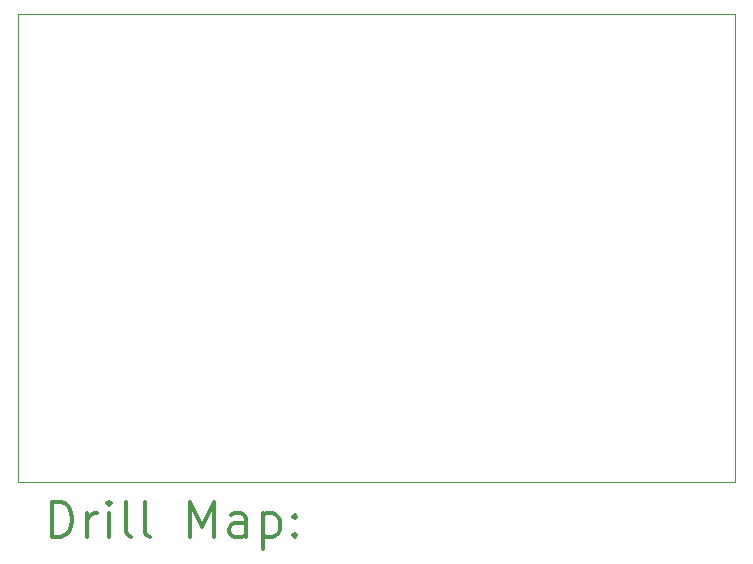
<source format=gbr>
%FSLAX45Y45*%
G04 Gerber Fmt 4.5, Leading zero omitted, Abs format (unit mm)*
G04 Created by KiCad (PCBNEW (5.1.5-0-10_14)) date 2020-10-19 13:07:12*
%MOMM*%
%LPD*%
G04 APERTURE LIST*
%TA.AperFunction,Profile*%
%ADD10C,0.050000*%
%TD*%
%ADD11C,0.200000*%
%ADD12C,0.300000*%
G04 APERTURE END LIST*
D10*
X11290300Y-3390900D02*
X11290300Y-7353300D01*
X5219700Y-7353300D02*
X11290300Y-7353300D01*
X5219700Y-3390900D02*
X5219700Y-3403600D01*
X11290300Y-3390900D02*
X5219700Y-3390900D01*
X5219700Y-3403600D02*
X5219700Y-7353300D01*
D11*
D12*
X5503628Y-7821514D02*
X5503628Y-7521514D01*
X5575057Y-7521514D01*
X5617914Y-7535800D01*
X5646486Y-7564371D01*
X5660771Y-7592943D01*
X5675057Y-7650086D01*
X5675057Y-7692943D01*
X5660771Y-7750086D01*
X5646486Y-7778657D01*
X5617914Y-7807229D01*
X5575057Y-7821514D01*
X5503628Y-7821514D01*
X5803628Y-7821514D02*
X5803628Y-7621514D01*
X5803628Y-7678657D02*
X5817914Y-7650086D01*
X5832200Y-7635800D01*
X5860771Y-7621514D01*
X5889343Y-7621514D01*
X5989343Y-7821514D02*
X5989343Y-7621514D01*
X5989343Y-7521514D02*
X5975057Y-7535800D01*
X5989343Y-7550086D01*
X6003628Y-7535800D01*
X5989343Y-7521514D01*
X5989343Y-7550086D01*
X6175057Y-7821514D02*
X6146486Y-7807229D01*
X6132200Y-7778657D01*
X6132200Y-7521514D01*
X6332200Y-7821514D02*
X6303628Y-7807229D01*
X6289343Y-7778657D01*
X6289343Y-7521514D01*
X6675057Y-7821514D02*
X6675057Y-7521514D01*
X6775057Y-7735800D01*
X6875057Y-7521514D01*
X6875057Y-7821514D01*
X7146486Y-7821514D02*
X7146486Y-7664371D01*
X7132200Y-7635800D01*
X7103628Y-7621514D01*
X7046486Y-7621514D01*
X7017914Y-7635800D01*
X7146486Y-7807229D02*
X7117914Y-7821514D01*
X7046486Y-7821514D01*
X7017914Y-7807229D01*
X7003628Y-7778657D01*
X7003628Y-7750086D01*
X7017914Y-7721514D01*
X7046486Y-7707229D01*
X7117914Y-7707229D01*
X7146486Y-7692943D01*
X7289343Y-7621514D02*
X7289343Y-7921514D01*
X7289343Y-7635800D02*
X7317914Y-7621514D01*
X7375057Y-7621514D01*
X7403628Y-7635800D01*
X7417914Y-7650086D01*
X7432200Y-7678657D01*
X7432200Y-7764371D01*
X7417914Y-7792943D01*
X7403628Y-7807229D01*
X7375057Y-7821514D01*
X7317914Y-7821514D01*
X7289343Y-7807229D01*
X7560771Y-7792943D02*
X7575057Y-7807229D01*
X7560771Y-7821514D01*
X7546486Y-7807229D01*
X7560771Y-7792943D01*
X7560771Y-7821514D01*
X7560771Y-7635800D02*
X7575057Y-7650086D01*
X7560771Y-7664371D01*
X7546486Y-7650086D01*
X7560771Y-7635800D01*
X7560771Y-7664371D01*
M02*

</source>
